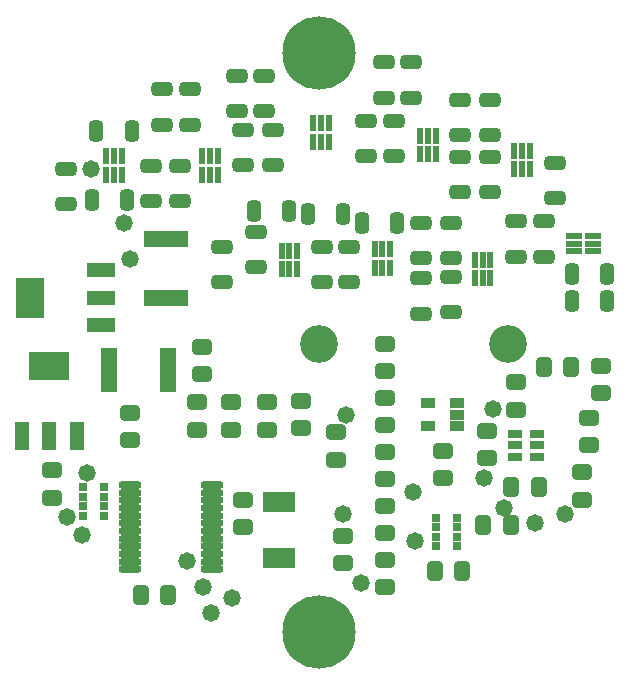
<source format=gts>
%FSLAX25Y25*%
%MOIN*%
G70*
G01*
G75*
G04 Layer_Color=8388736*
%ADD10C,0.01000*%
%ADD11C,0.04000*%
%ADD12C,0.02000*%
%ADD13R,0.08661X0.03937*%
%ADD14R,0.08661X0.12992*%
G04:AMPARAMS|DCode=15|XSize=62.99mil|YSize=39.37mil|CornerRadius=9.84mil|HoleSize=0mil|Usage=FLASHONLY|Rotation=0.000|XOffset=0mil|YOffset=0mil|HoleType=Round|Shape=RoundedRectangle|*
%AMROUNDEDRECTD15*
21,1,0.06299,0.01969,0,0,0.0*
21,1,0.04331,0.03937,0,0,0.0*
1,1,0.01969,0.02165,-0.00984*
1,1,0.01969,-0.02165,-0.00984*
1,1,0.01969,-0.02165,0.00984*
1,1,0.01969,0.02165,0.00984*
%
%ADD15ROUNDEDRECTD15*%
G04:AMPARAMS|DCode=16|XSize=62.99mil|YSize=39.37mil|CornerRadius=9.84mil|HoleSize=0mil|Usage=FLASHONLY|Rotation=90.000|XOffset=0mil|YOffset=0mil|HoleType=Round|Shape=RoundedRectangle|*
%AMROUNDEDRECTD16*
21,1,0.06299,0.01969,0,0,90.0*
21,1,0.04331,0.03937,0,0,90.0*
1,1,0.01969,0.00984,0.02165*
1,1,0.01969,0.00984,-0.02165*
1,1,0.01969,-0.00984,-0.02165*
1,1,0.01969,-0.00984,0.02165*
%
%ADD16ROUNDEDRECTD16*%
%ADD17R,0.01378X0.04921*%
G04:AMPARAMS|DCode=18|XSize=47.24mil|YSize=59.06mil|CornerRadius=11.81mil|HoleSize=0mil|Usage=FLASHONLY|Rotation=0.000|XOffset=0mil|YOffset=0mil|HoleType=Round|Shape=RoundedRectangle|*
%AMROUNDEDRECTD18*
21,1,0.04724,0.03543,0,0,0.0*
21,1,0.02362,0.05906,0,0,0.0*
1,1,0.02362,0.01181,-0.01772*
1,1,0.02362,-0.01181,-0.01772*
1,1,0.02362,-0.01181,0.01772*
1,1,0.02362,0.01181,0.01772*
%
%ADD18ROUNDEDRECTD18*%
G04:AMPARAMS|DCode=19|XSize=47.24mil|YSize=59.06mil|CornerRadius=11.81mil|HoleSize=0mil|Usage=FLASHONLY|Rotation=270.000|XOffset=0mil|YOffset=0mil|HoleType=Round|Shape=RoundedRectangle|*
%AMROUNDEDRECTD19*
21,1,0.04724,0.03543,0,0,270.0*
21,1,0.02362,0.05906,0,0,270.0*
1,1,0.02362,-0.01772,-0.01181*
1,1,0.02362,-0.01772,0.01181*
1,1,0.02362,0.01772,0.01181*
1,1,0.02362,0.01772,-0.01181*
%
%ADD19ROUNDEDRECTD19*%
%ADD20O,0.06890X0.01772*%
%ADD21R,0.02362X0.01969*%
%ADD22R,0.04921X0.01378*%
%ADD23R,0.13780X0.04724*%
%ADD24R,0.04331X0.02559*%
%ADD25R,0.03937X0.08661*%
%ADD26R,0.12992X0.08661*%
%ADD27R,0.10236X0.06102*%
%ADD28R,0.04724X0.13780*%
%ADD29R,0.03937X0.01969*%
%ADD30C,0.11811*%
%ADD31C,0.00800*%
%ADD32C,0.23622*%
%ADD33C,0.05000*%
%ADD34R,0.05906X0.03150*%
%ADD35R,0.11811X0.08268*%
%ADD36R,0.07874X0.14764*%
%ADD37R,0.05118X0.02362*%
%ADD38R,0.12992X0.05512*%
%ADD39R,0.02559X0.04331*%
%ADD40R,0.07874X0.05906*%
%ADD41O,0.05000X0.02992*%
%ADD42R,0.03543X0.03740*%
%ADD43R,0.03543X0.03740*%
%ADD44O,0.07087X0.01181*%
%ADD45O,0.01181X0.07087*%
%ADD46O,0.08661X0.02362*%
%ADD47R,0.07480X0.13386*%
%ADD48R,0.13386X0.07480*%
%ADD49R,0.08268X0.11811*%
%ADD50R,0.03150X0.05906*%
%ADD51R,0.05512X0.03937*%
%ADD52R,0.03937X0.03347*%
%ADD53R,0.03937X0.05512*%
%ADD54R,0.01969X0.03937*%
%ADD55R,0.06299X0.13386*%
%ADD56R,0.13386X0.06299*%
%ADD57R,0.02362X0.05118*%
%ADD58O,0.09055X0.02362*%
%ADD59R,0.14764X0.07874*%
%ADD60C,0.00984*%
%ADD61C,0.00394*%
%ADD62C,0.02362*%
%ADD63C,0.00787*%
%ADD64R,0.09461X0.04737*%
%ADD65R,0.09461X0.13792*%
G04:AMPARAMS|DCode=66|XSize=70.99mil|YSize=47.37mil|CornerRadius=13.84mil|HoleSize=0mil|Usage=FLASHONLY|Rotation=0.000|XOffset=0mil|YOffset=0mil|HoleType=Round|Shape=RoundedRectangle|*
%AMROUNDEDRECTD66*
21,1,0.07099,0.01969,0,0,0.0*
21,1,0.04331,0.04737,0,0,0.0*
1,1,0.02769,0.02165,-0.00984*
1,1,0.02769,-0.02165,-0.00984*
1,1,0.02769,-0.02165,0.00984*
1,1,0.02769,0.02165,0.00984*
%
%ADD66ROUNDEDRECTD66*%
G04:AMPARAMS|DCode=67|XSize=70.99mil|YSize=47.37mil|CornerRadius=13.84mil|HoleSize=0mil|Usage=FLASHONLY|Rotation=90.000|XOffset=0mil|YOffset=0mil|HoleType=Round|Shape=RoundedRectangle|*
%AMROUNDEDRECTD67*
21,1,0.07099,0.01969,0,0,90.0*
21,1,0.04331,0.04737,0,0,90.0*
1,1,0.02769,0.00984,0.02165*
1,1,0.02769,0.00984,-0.02165*
1,1,0.02769,-0.00984,-0.02165*
1,1,0.02769,-0.00984,0.02165*
%
%ADD67ROUNDEDRECTD67*%
%ADD68R,0.02178X0.05721*%
G04:AMPARAMS|DCode=69|XSize=55.24mil|YSize=67.06mil|CornerRadius=15.81mil|HoleSize=0mil|Usage=FLASHONLY|Rotation=0.000|XOffset=0mil|YOffset=0mil|HoleType=Round|Shape=RoundedRectangle|*
%AMROUNDEDRECTD69*
21,1,0.05524,0.03543,0,0,0.0*
21,1,0.02362,0.06706,0,0,0.0*
1,1,0.03162,0.01181,-0.01772*
1,1,0.03162,-0.01181,-0.01772*
1,1,0.03162,-0.01181,0.01772*
1,1,0.03162,0.01181,0.01772*
%
%ADD69ROUNDEDRECTD69*%
G04:AMPARAMS|DCode=70|XSize=55.24mil|YSize=67.06mil|CornerRadius=15.81mil|HoleSize=0mil|Usage=FLASHONLY|Rotation=270.000|XOffset=0mil|YOffset=0mil|HoleType=Round|Shape=RoundedRectangle|*
%AMROUNDEDRECTD70*
21,1,0.05524,0.03543,0,0,270.0*
21,1,0.02362,0.06706,0,0,270.0*
1,1,0.03162,-0.01772,-0.01181*
1,1,0.03162,-0.01772,0.01181*
1,1,0.03162,0.01772,0.01181*
1,1,0.03162,0.01772,-0.01181*
%
%ADD70ROUNDEDRECTD70*%
%ADD71O,0.07690X0.02572*%
%ADD72R,0.03162X0.02769*%
%ADD73R,0.05721X0.02178*%
%ADD74R,0.14579X0.05524*%
%ADD75R,0.05131X0.03359*%
%ADD76R,0.04737X0.09461*%
%ADD77R,0.13792X0.09461*%
%ADD78R,0.11036X0.06902*%
%ADD79R,0.05524X0.14579*%
%ADD80R,0.04737X0.02769*%
%ADD81C,0.12611*%
%ADD82C,0.24422*%
%ADD83C,0.05800*%
D64*
X211311Y220945D02*
D03*
Y230000D02*
D03*
Y239055D02*
D03*
D65*
X187689Y230000D02*
D03*
D66*
X199594Y272905D02*
D03*
Y261094D02*
D03*
X263000Y251905D02*
D03*
Y240094D02*
D03*
X285000Y246905D02*
D03*
Y235094D02*
D03*
X331000Y265094D02*
D03*
Y276905D02*
D03*
X256500Y303906D02*
D03*
Y292094D02*
D03*
X231500Y299406D02*
D03*
Y287595D02*
D03*
X318000Y243094D02*
D03*
Y254906D02*
D03*
X328000D02*
D03*
Y243094D02*
D03*
X349500Y243595D02*
D03*
Y255405D02*
D03*
X359000D02*
D03*
Y243595D02*
D03*
X341000Y284095D02*
D03*
Y295905D02*
D03*
X331000D02*
D03*
Y284095D02*
D03*
X328000Y225095D02*
D03*
Y236906D02*
D03*
X362500Y274905D02*
D03*
Y263094D02*
D03*
X341000Y276905D02*
D03*
Y265094D02*
D03*
X305500Y308405D02*
D03*
Y296595D02*
D03*
X265500Y292094D02*
D03*
Y303906D02*
D03*
X318000Y236405D02*
D03*
Y224594D02*
D03*
X299500Y277095D02*
D03*
Y288906D02*
D03*
X268500Y285906D02*
D03*
Y274095D02*
D03*
X258500D02*
D03*
Y285906D02*
D03*
X314500Y296595D02*
D03*
Y308405D02*
D03*
X241000Y287595D02*
D03*
Y299406D02*
D03*
X294000Y235094D02*
D03*
Y246905D02*
D03*
X309000Y288906D02*
D03*
Y277095D02*
D03*
X237500Y273905D02*
D03*
Y262094D02*
D03*
X228000D02*
D03*
Y273905D02*
D03*
X251500Y235094D02*
D03*
Y246905D02*
D03*
D67*
X273905Y259000D02*
D03*
X262094D02*
D03*
X221406Y285500D02*
D03*
X209594D02*
D03*
X291905Y258000D02*
D03*
X280095D02*
D03*
X368094Y229000D02*
D03*
X379906D02*
D03*
Y238000D02*
D03*
X368094D02*
D03*
X309906Y255000D02*
D03*
X298095D02*
D03*
X208095Y262500D02*
D03*
X219905D02*
D03*
D68*
X271441Y239449D02*
D03*
X274000D02*
D03*
X276559D02*
D03*
X271441Y245551D02*
D03*
X274000D02*
D03*
X276559D02*
D03*
X349000Y272898D02*
D03*
X351559D02*
D03*
X354118D02*
D03*
X349000Y279000D02*
D03*
X351559D02*
D03*
X354118D02*
D03*
X317610Y277898D02*
D03*
X320169D02*
D03*
X322728D02*
D03*
X317610Y284000D02*
D03*
X320169D02*
D03*
X322728D02*
D03*
X307559Y246051D02*
D03*
X305000D02*
D03*
X302441D02*
D03*
X307559Y239949D02*
D03*
X305000D02*
D03*
X302441D02*
D03*
X281941Y281949D02*
D03*
X284500D02*
D03*
X287059D02*
D03*
X281941Y288051D02*
D03*
X284500D02*
D03*
X287059D02*
D03*
X341000Y242602D02*
D03*
X338441D02*
D03*
X335882D02*
D03*
X341000Y236500D02*
D03*
X338441D02*
D03*
X335882D02*
D03*
X250059Y277051D02*
D03*
X247500D02*
D03*
X244941D02*
D03*
X250059Y270949D02*
D03*
X247500D02*
D03*
X244941D02*
D03*
X218059Y277051D02*
D03*
X215500D02*
D03*
X212941D02*
D03*
X218059Y270949D02*
D03*
X215500D02*
D03*
X212941D02*
D03*
D69*
X347806Y154100D02*
D03*
X338594D02*
D03*
X233606Y131000D02*
D03*
X224394D02*
D03*
X347894Y167000D02*
D03*
X357106D02*
D03*
X322394Y139000D02*
D03*
X331606D02*
D03*
X358794Y206900D02*
D03*
X368006D02*
D03*
D70*
X340000Y176394D02*
D03*
Y185606D02*
D03*
X371600Y171806D02*
D03*
Y162594D02*
D03*
X292000Y141394D02*
D03*
Y150606D02*
D03*
X289500Y175894D02*
D03*
Y185106D02*
D03*
X306000Y142606D02*
D03*
Y133394D02*
D03*
Y160606D02*
D03*
Y151394D02*
D03*
Y178606D02*
D03*
Y169394D02*
D03*
Y196606D02*
D03*
Y187394D02*
D03*
Y214606D02*
D03*
Y205394D02*
D03*
X221000Y182394D02*
D03*
Y191606D02*
D03*
X195000Y163294D02*
D03*
Y172506D02*
D03*
X258500Y153394D02*
D03*
Y162606D02*
D03*
X325300Y169794D02*
D03*
Y179006D02*
D03*
X243300Y195106D02*
D03*
Y185894D02*
D03*
X266500Y195106D02*
D03*
Y185894D02*
D03*
X245000Y213606D02*
D03*
Y204394D02*
D03*
X278000Y186394D02*
D03*
Y195606D02*
D03*
X254600Y185894D02*
D03*
Y195106D02*
D03*
X349600Y201706D02*
D03*
Y192494D02*
D03*
X378000Y207306D02*
D03*
Y198094D02*
D03*
X373800Y190006D02*
D03*
Y180794D02*
D03*
D71*
X220819Y167575D02*
D03*
Y165016D02*
D03*
Y162457D02*
D03*
Y159898D02*
D03*
Y157339D02*
D03*
Y154780D02*
D03*
Y152220D02*
D03*
Y149661D02*
D03*
Y147102D02*
D03*
Y144543D02*
D03*
Y141984D02*
D03*
Y139425D02*
D03*
X248181Y167575D02*
D03*
Y165016D02*
D03*
Y162457D02*
D03*
Y159898D02*
D03*
Y157339D02*
D03*
Y154780D02*
D03*
Y152220D02*
D03*
Y149661D02*
D03*
Y147102D02*
D03*
Y144543D02*
D03*
Y141984D02*
D03*
Y139425D02*
D03*
D72*
X205063Y166724D02*
D03*
Y160425D02*
D03*
Y157276D02*
D03*
X212150Y166724D02*
D03*
Y160425D02*
D03*
Y157276D02*
D03*
X205063Y163575D02*
D03*
X212150D02*
D03*
X329937Y147076D02*
D03*
Y153375D02*
D03*
Y156524D02*
D03*
X322850Y147076D02*
D03*
Y153375D02*
D03*
Y156524D02*
D03*
X329937Y150225D02*
D03*
X322850D02*
D03*
D73*
X368949Y250559D02*
D03*
Y248000D02*
D03*
Y245441D02*
D03*
X375051Y250559D02*
D03*
Y248000D02*
D03*
Y245441D02*
D03*
D74*
X233000Y230000D02*
D03*
Y249606D02*
D03*
D75*
X320276Y187260D02*
D03*
Y194740D02*
D03*
X329724D02*
D03*
Y191000D02*
D03*
Y187260D02*
D03*
D76*
X184945Y183689D02*
D03*
X194000D02*
D03*
X203055D02*
D03*
D77*
X194000Y207311D02*
D03*
D78*
X270500Y161850D02*
D03*
Y143150D02*
D03*
D79*
X214000Y206000D02*
D03*
X233606D02*
D03*
D80*
X349068Y184458D02*
D03*
Y180718D02*
D03*
Y176978D02*
D03*
X356549Y176978D02*
D03*
Y180718D02*
D03*
Y184459D02*
D03*
D81*
X346992Y214500D02*
D03*
X284000D02*
D03*
D82*
Y118500D02*
D03*
Y311500D02*
D03*
D83*
X315300Y165200D02*
D03*
X245300Y133600D02*
D03*
X239900Y142300D02*
D03*
X342000Y193000D02*
D03*
X366000Y158000D02*
D03*
X205000Y151000D02*
D03*
X255000Y130000D02*
D03*
X316000Y149000D02*
D03*
X200000Y157000D02*
D03*
X208000Y273000D02*
D03*
X298000Y135000D02*
D03*
X345500Y160000D02*
D03*
X248000Y125000D02*
D03*
X221000Y243000D02*
D03*
X219000Y255000D02*
D03*
X339000Y170000D02*
D03*
X356000Y155000D02*
D03*
X293000Y191000D02*
D03*
X292000Y158000D02*
D03*
X206500Y171500D02*
D03*
M02*

</source>
